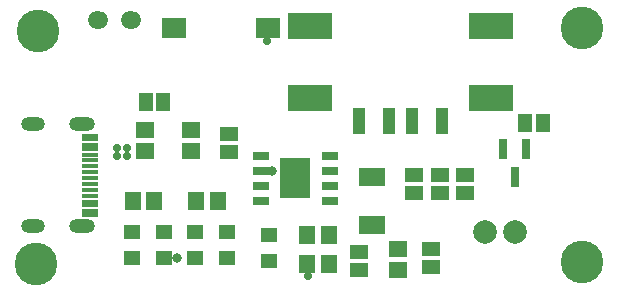
<source format=gts>
G04*
G04 #@! TF.GenerationSoftware,Altium Limited,Altium Designer,20.0.13 (296)*
G04*
G04 Layer_Color=8388736*
%FSLAX25Y25*%
%MOIN*%
G70*
G01*
G75*
%ADD28R,0.09147X0.06312*%
%ADD29R,0.03162X0.06509*%
%ADD30R,0.04422X0.08674*%
%ADD31R,0.14580X0.08674*%
%ADD32R,0.05131X0.06312*%
%ADD33R,0.06312X0.05131*%
%ADD34R,0.05512X0.01575*%
%ADD35R,0.06312X0.05524*%
%ADD36R,0.05721X0.04737*%
%ADD37R,0.05524X0.06312*%
%ADD38R,0.10249X0.13792*%
%ADD39R,0.05524X0.03162*%
%ADD40R,0.08280X0.06706*%
%ADD41O,0.06800X0.05800*%
%ADD42C,0.07887*%
%ADD43O,0.07887X0.04737*%
%ADD44O,0.08674X0.04737*%
%ADD45C,0.02800*%
%ADD46C,0.14186*%
%ADD47C,0.03300*%
D28*
X124500Y-57016D02*
D03*
Y-72984D02*
D03*
D29*
X172000Y-57126D02*
D03*
X168260Y-47874D02*
D03*
X175740D02*
D03*
D30*
X147779Y-38347D02*
D03*
X137937D02*
D03*
X130063D02*
D03*
X120221D02*
D03*
D31*
X103980Y-30670D02*
D03*
Y-6654D02*
D03*
X164020D02*
D03*
Y-30670D02*
D03*
D32*
X181453Y-39000D02*
D03*
X175547D02*
D03*
X49000Y-32000D02*
D03*
X54905D02*
D03*
D33*
X144000Y-81047D02*
D03*
Y-86953D02*
D03*
X155500Y-62453D02*
D03*
Y-56547D02*
D03*
X147000Y-62453D02*
D03*
Y-56547D02*
D03*
X138500Y-62453D02*
D03*
Y-56547D02*
D03*
X120000Y-87953D02*
D03*
Y-82047D02*
D03*
X76906Y-48740D02*
D03*
Y-42835D02*
D03*
D34*
X30413Y-43311D02*
D03*
Y-44492D02*
D03*
Y-46461D02*
D03*
Y-47642D02*
D03*
Y-49610D02*
D03*
Y-51579D02*
D03*
Y-53547D02*
D03*
Y-55516D02*
D03*
Y-57484D02*
D03*
Y-59453D02*
D03*
Y-63390D02*
D03*
Y-68508D02*
D03*
Y-69689D02*
D03*
Y-61420D02*
D03*
X30413Y-65358D02*
D03*
Y-66539D02*
D03*
D35*
X64000Y-41457D02*
D03*
Y-48543D02*
D03*
X48906D02*
D03*
Y-41457D02*
D03*
X133000Y-80957D02*
D03*
Y-88043D02*
D03*
D36*
X90000Y-85162D02*
D03*
Y-76500D02*
D03*
X55000Y-84000D02*
D03*
Y-75338D02*
D03*
X44500Y-75500D02*
D03*
Y-84162D02*
D03*
X76000D02*
D03*
Y-75500D02*
D03*
X65500D02*
D03*
Y-84162D02*
D03*
D37*
X110043Y-76500D02*
D03*
X102957D02*
D03*
X44819Y-65000D02*
D03*
X51906D02*
D03*
X65957Y-65000D02*
D03*
X73043D02*
D03*
X110043Y-86000D02*
D03*
X102957D02*
D03*
D38*
X98905Y-57500D02*
D03*
D39*
X110355Y-50000D02*
D03*
Y-55000D02*
D03*
Y-60000D02*
D03*
Y-65000D02*
D03*
X87455D02*
D03*
Y-60000D02*
D03*
Y-55000D02*
D03*
Y-50000D02*
D03*
D40*
X89848Y-7500D02*
D03*
X58352D02*
D03*
D41*
X44100Y-4600D02*
D03*
X33000D02*
D03*
D42*
X162157Y-75500D02*
D03*
X172000D02*
D03*
D43*
X11397Y-39492D02*
D03*
Y-73508D02*
D03*
D44*
X27854D02*
D03*
Y-39492D02*
D03*
D45*
X42700Y-50000D02*
D03*
X39500D02*
D03*
X42700Y-47400D02*
D03*
X39500D02*
D03*
X89500Y-11600D02*
D03*
X96000Y-56500D02*
D03*
X99000D02*
D03*
Y-59500D02*
D03*
X103000Y-90000D02*
D03*
X96000Y-59500D02*
D03*
D46*
X194500Y-7500D02*
D03*
Y-85500D02*
D03*
X13000Y-8500D02*
D03*
X12500Y-86000D02*
D03*
D47*
X91000Y-55000D02*
D03*
X59500Y-84000D02*
D03*
M02*

</source>
